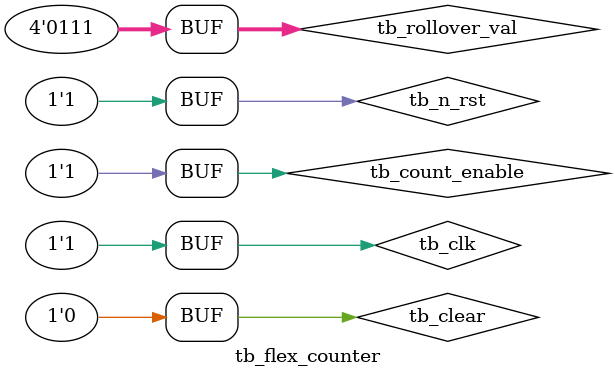
<source format=sv>



module tb_flex_counter ();

	//Define parameters
	//basic test bench parameters
	localparam	CLK_PERIOD	= 2.5;
	localparam	NUM_INPUT_BITS	= 4;
	
	// Shared Test Variables
	reg tb_clk;
	reg tb_n_rst;
	reg tb_clear;
	reg tb_count_enable;
	reg [NUM_INPUT_BITS-1:0] tb_rollover_val;
	reg tb_rollover_flag;
	reg [NUM_INPUT_BITS-1:0] tb_count_out;

	// Clock generation block
	always
	begin
		tb_clk = 1'b0;
		#(CLK_PERIOD/2.0);
		tb_clk = 1'b1;
		#(CLK_PERIOD/2.0);
	end

	
	//DUT	
	flex_counter DUT ( .clk(tb_clk), .n_rst(tb_n_rst), .clear(tb_clear), .count_enable(tb_count_enable), .rollover_val(tb_rollover_val), .rollover_flag(tb_rollover_flag), .count_out(tb_count_out));
	

	initial begin	
	
		tb_n_rst = 1;
		tb_clear = 0;
		tb_count_enable = 1;
		tb_rollover_val = 7;


	end
		
endmodule

</source>
